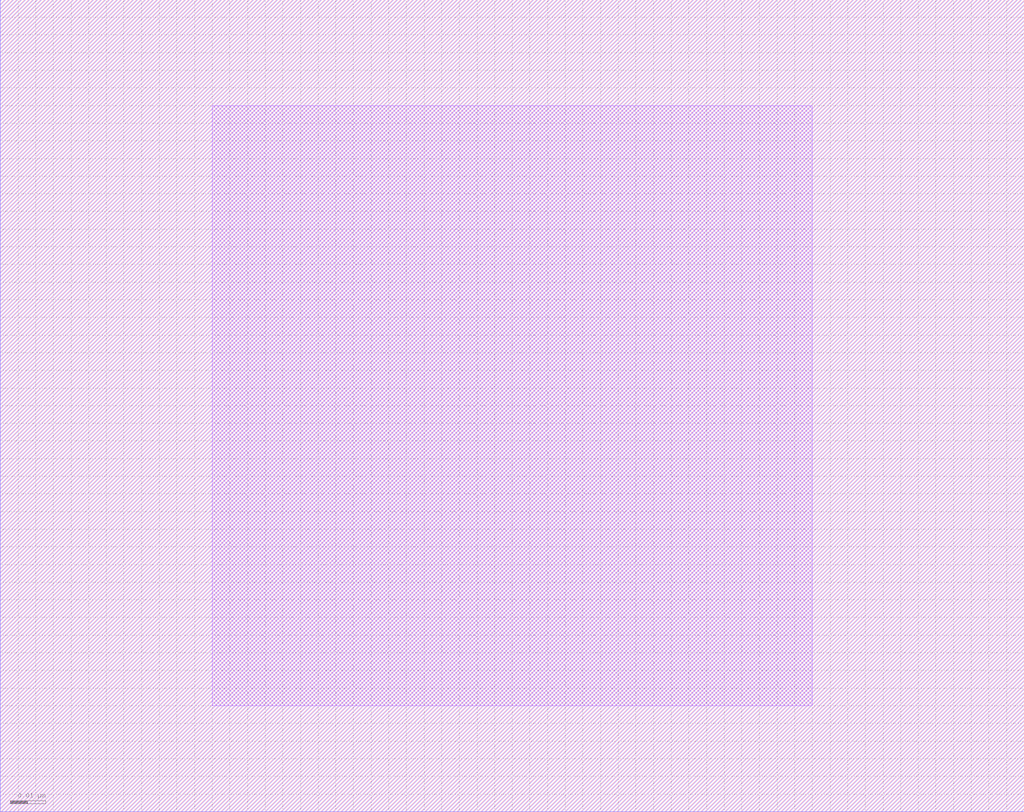
<source format=lef>
# Copyright 2020 The SkyWater PDK Authors
#
# Licensed under the Apache License, Version 2.0 (the "License");
# you may not use this file except in compliance with the License.
# You may obtain a copy of the License at
#
#     https://www.apache.org/licenses/LICENSE-2.0
#
# Unless required by applicable law or agreed to in writing, software
# distributed under the License is distributed on an "AS IS" BASIS,
# WITHOUT WARRANTIES OR CONDITIONS OF ANY KIND, either express or implied.
# See the License for the specific language governing permissions and
# limitations under the License.
#
# SPDX-License-Identifier: Apache-2.0

VERSION 5.7 ;
  NOWIREEXTENSIONATPIN ON ;
  DIVIDERCHAR "/" ;
  BUSBITCHARS "[]" ;
MACRO sky130_fd_bd_sram__sram_l1m1
  CLASS BLOCK ;
  FOREIGN sky130_fd_bd_sram__sram_l1m1 ;
  ORIGIN  0.060000  0.030000 ;
  SIZE  0.290000 BY  0.230000 ;
  OBS
    LAYER li1 ;
      RECT 0.000000 0.000000 0.170000 0.170000 ;
    LAYER met1 ;
      RECT -0.060000 -0.030000 0.230000 0.200000 ;
  END
END sky130_fd_bd_sram__sram_l1m1
END LIBRARY

</source>
